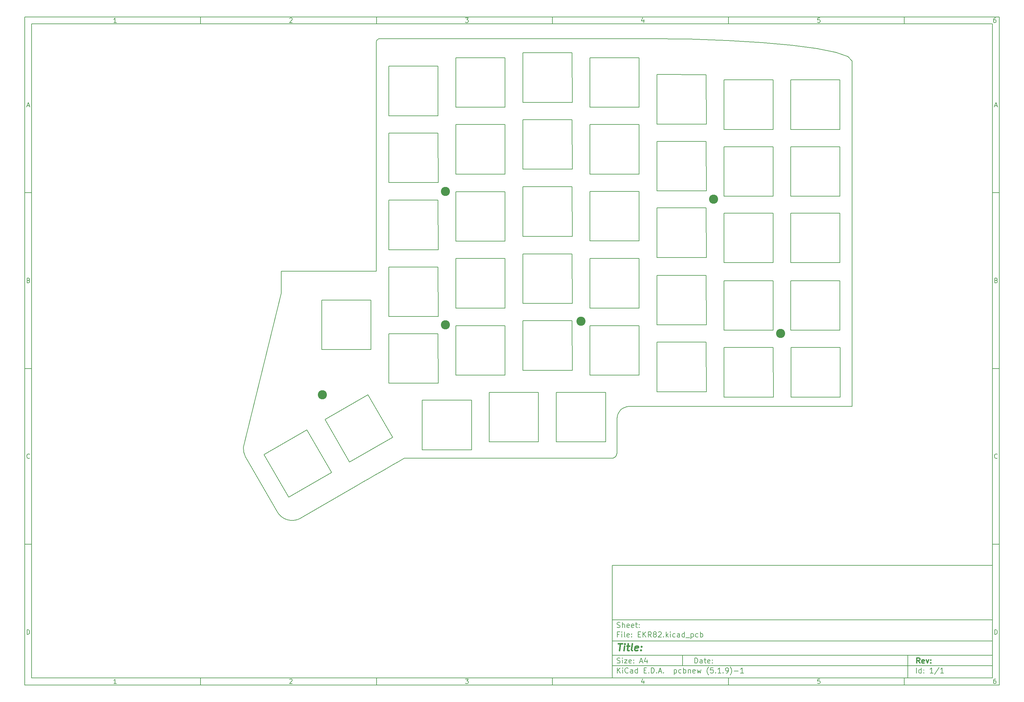
<source format=gbs>
G04 #@! TF.GenerationSoftware,KiCad,Pcbnew,(5.1.9)-1*
G04 #@! TF.CreationDate,2021-06-16T12:15:53+02:00*
G04 #@! TF.ProjectId,EKR82,454b5238-322e-46b6-9963-61645f706362,rev?*
G04 #@! TF.SameCoordinates,Original*
G04 #@! TF.FileFunction,Soldermask,Bot*
G04 #@! TF.FilePolarity,Negative*
%FSLAX46Y46*%
G04 Gerber Fmt 4.6, Leading zero omitted, Abs format (unit mm)*
G04 Created by KiCad (PCBNEW (5.1.9)-1) date 2021-06-16 12:15:53*
%MOMM*%
%LPD*%
G01*
G04 APERTURE LIST*
%ADD10C,0.100000*%
%ADD11C,0.150000*%
%ADD12C,0.300000*%
%ADD13C,0.400000*%
G04 #@! TA.AperFunction,Profile*
%ADD14C,0.150000*%
G04 #@! TD*
G04 #@! TA.AperFunction,Profile*
%ADD15C,0.200000*%
G04 #@! TD*
%ADD16C,2.600000*%
G04 APERTURE END LIST*
D10*
D11*
X177002200Y-166007200D02*
X177002200Y-198007200D01*
X285002200Y-198007200D01*
X285002200Y-166007200D01*
X177002200Y-166007200D01*
D10*
D11*
X10000000Y-10000000D02*
X10000000Y-200007200D01*
X287002200Y-200007200D01*
X287002200Y-10000000D01*
X10000000Y-10000000D01*
D10*
D11*
X12000000Y-12000000D02*
X12000000Y-198007200D01*
X285002200Y-198007200D01*
X285002200Y-12000000D01*
X12000000Y-12000000D01*
D10*
D11*
X60000000Y-12000000D02*
X60000000Y-10000000D01*
D10*
D11*
X110000000Y-12000000D02*
X110000000Y-10000000D01*
D10*
D11*
X160000000Y-12000000D02*
X160000000Y-10000000D01*
D10*
D11*
X210000000Y-12000000D02*
X210000000Y-10000000D01*
D10*
D11*
X260000000Y-12000000D02*
X260000000Y-10000000D01*
D10*
D11*
X36065476Y-11588095D02*
X35322619Y-11588095D01*
X35694047Y-11588095D02*
X35694047Y-10288095D01*
X35570238Y-10473809D01*
X35446428Y-10597619D01*
X35322619Y-10659523D01*
D10*
D11*
X85322619Y-10411904D02*
X85384523Y-10350000D01*
X85508333Y-10288095D01*
X85817857Y-10288095D01*
X85941666Y-10350000D01*
X86003571Y-10411904D01*
X86065476Y-10535714D01*
X86065476Y-10659523D01*
X86003571Y-10845238D01*
X85260714Y-11588095D01*
X86065476Y-11588095D01*
D10*
D11*
X135260714Y-10288095D02*
X136065476Y-10288095D01*
X135632142Y-10783333D01*
X135817857Y-10783333D01*
X135941666Y-10845238D01*
X136003571Y-10907142D01*
X136065476Y-11030952D01*
X136065476Y-11340476D01*
X136003571Y-11464285D01*
X135941666Y-11526190D01*
X135817857Y-11588095D01*
X135446428Y-11588095D01*
X135322619Y-11526190D01*
X135260714Y-11464285D01*
D10*
D11*
X185941666Y-10721428D02*
X185941666Y-11588095D01*
X185632142Y-10226190D02*
X185322619Y-11154761D01*
X186127380Y-11154761D01*
D10*
D11*
X236003571Y-10288095D02*
X235384523Y-10288095D01*
X235322619Y-10907142D01*
X235384523Y-10845238D01*
X235508333Y-10783333D01*
X235817857Y-10783333D01*
X235941666Y-10845238D01*
X236003571Y-10907142D01*
X236065476Y-11030952D01*
X236065476Y-11340476D01*
X236003571Y-11464285D01*
X235941666Y-11526190D01*
X235817857Y-11588095D01*
X235508333Y-11588095D01*
X235384523Y-11526190D01*
X235322619Y-11464285D01*
D10*
D11*
X285941666Y-10288095D02*
X285694047Y-10288095D01*
X285570238Y-10350000D01*
X285508333Y-10411904D01*
X285384523Y-10597619D01*
X285322619Y-10845238D01*
X285322619Y-11340476D01*
X285384523Y-11464285D01*
X285446428Y-11526190D01*
X285570238Y-11588095D01*
X285817857Y-11588095D01*
X285941666Y-11526190D01*
X286003571Y-11464285D01*
X286065476Y-11340476D01*
X286065476Y-11030952D01*
X286003571Y-10907142D01*
X285941666Y-10845238D01*
X285817857Y-10783333D01*
X285570238Y-10783333D01*
X285446428Y-10845238D01*
X285384523Y-10907142D01*
X285322619Y-11030952D01*
D10*
D11*
X60000000Y-198007200D02*
X60000000Y-200007200D01*
D10*
D11*
X110000000Y-198007200D02*
X110000000Y-200007200D01*
D10*
D11*
X160000000Y-198007200D02*
X160000000Y-200007200D01*
D10*
D11*
X210000000Y-198007200D02*
X210000000Y-200007200D01*
D10*
D11*
X260000000Y-198007200D02*
X260000000Y-200007200D01*
D10*
D11*
X36065476Y-199595295D02*
X35322619Y-199595295D01*
X35694047Y-199595295D02*
X35694047Y-198295295D01*
X35570238Y-198481009D01*
X35446428Y-198604819D01*
X35322619Y-198666723D01*
D10*
D11*
X85322619Y-198419104D02*
X85384523Y-198357200D01*
X85508333Y-198295295D01*
X85817857Y-198295295D01*
X85941666Y-198357200D01*
X86003571Y-198419104D01*
X86065476Y-198542914D01*
X86065476Y-198666723D01*
X86003571Y-198852438D01*
X85260714Y-199595295D01*
X86065476Y-199595295D01*
D10*
D11*
X135260714Y-198295295D02*
X136065476Y-198295295D01*
X135632142Y-198790533D01*
X135817857Y-198790533D01*
X135941666Y-198852438D01*
X136003571Y-198914342D01*
X136065476Y-199038152D01*
X136065476Y-199347676D01*
X136003571Y-199471485D01*
X135941666Y-199533390D01*
X135817857Y-199595295D01*
X135446428Y-199595295D01*
X135322619Y-199533390D01*
X135260714Y-199471485D01*
D10*
D11*
X185941666Y-198728628D02*
X185941666Y-199595295D01*
X185632142Y-198233390D02*
X185322619Y-199161961D01*
X186127380Y-199161961D01*
D10*
D11*
X236003571Y-198295295D02*
X235384523Y-198295295D01*
X235322619Y-198914342D01*
X235384523Y-198852438D01*
X235508333Y-198790533D01*
X235817857Y-198790533D01*
X235941666Y-198852438D01*
X236003571Y-198914342D01*
X236065476Y-199038152D01*
X236065476Y-199347676D01*
X236003571Y-199471485D01*
X235941666Y-199533390D01*
X235817857Y-199595295D01*
X235508333Y-199595295D01*
X235384523Y-199533390D01*
X235322619Y-199471485D01*
D10*
D11*
X285941666Y-198295295D02*
X285694047Y-198295295D01*
X285570238Y-198357200D01*
X285508333Y-198419104D01*
X285384523Y-198604819D01*
X285322619Y-198852438D01*
X285322619Y-199347676D01*
X285384523Y-199471485D01*
X285446428Y-199533390D01*
X285570238Y-199595295D01*
X285817857Y-199595295D01*
X285941666Y-199533390D01*
X286003571Y-199471485D01*
X286065476Y-199347676D01*
X286065476Y-199038152D01*
X286003571Y-198914342D01*
X285941666Y-198852438D01*
X285817857Y-198790533D01*
X285570238Y-198790533D01*
X285446428Y-198852438D01*
X285384523Y-198914342D01*
X285322619Y-199038152D01*
D10*
D11*
X10000000Y-60000000D02*
X12000000Y-60000000D01*
D10*
D11*
X10000000Y-110000000D02*
X12000000Y-110000000D01*
D10*
D11*
X10000000Y-160000000D02*
X12000000Y-160000000D01*
D10*
D11*
X10690476Y-35216666D02*
X11309523Y-35216666D01*
X10566666Y-35588095D02*
X11000000Y-34288095D01*
X11433333Y-35588095D01*
D10*
D11*
X11092857Y-84907142D02*
X11278571Y-84969047D01*
X11340476Y-85030952D01*
X11402380Y-85154761D01*
X11402380Y-85340476D01*
X11340476Y-85464285D01*
X11278571Y-85526190D01*
X11154761Y-85588095D01*
X10659523Y-85588095D01*
X10659523Y-84288095D01*
X11092857Y-84288095D01*
X11216666Y-84350000D01*
X11278571Y-84411904D01*
X11340476Y-84535714D01*
X11340476Y-84659523D01*
X11278571Y-84783333D01*
X11216666Y-84845238D01*
X11092857Y-84907142D01*
X10659523Y-84907142D01*
D10*
D11*
X11402380Y-135464285D02*
X11340476Y-135526190D01*
X11154761Y-135588095D01*
X11030952Y-135588095D01*
X10845238Y-135526190D01*
X10721428Y-135402380D01*
X10659523Y-135278571D01*
X10597619Y-135030952D01*
X10597619Y-134845238D01*
X10659523Y-134597619D01*
X10721428Y-134473809D01*
X10845238Y-134350000D01*
X11030952Y-134288095D01*
X11154761Y-134288095D01*
X11340476Y-134350000D01*
X11402380Y-134411904D01*
D10*
D11*
X10659523Y-185588095D02*
X10659523Y-184288095D01*
X10969047Y-184288095D01*
X11154761Y-184350000D01*
X11278571Y-184473809D01*
X11340476Y-184597619D01*
X11402380Y-184845238D01*
X11402380Y-185030952D01*
X11340476Y-185278571D01*
X11278571Y-185402380D01*
X11154761Y-185526190D01*
X10969047Y-185588095D01*
X10659523Y-185588095D01*
D10*
D11*
X287002200Y-60000000D02*
X285002200Y-60000000D01*
D10*
D11*
X287002200Y-110000000D02*
X285002200Y-110000000D01*
D10*
D11*
X287002200Y-160000000D02*
X285002200Y-160000000D01*
D10*
D11*
X285692676Y-35216666D02*
X286311723Y-35216666D01*
X285568866Y-35588095D02*
X286002200Y-34288095D01*
X286435533Y-35588095D01*
D10*
D11*
X286095057Y-84907142D02*
X286280771Y-84969047D01*
X286342676Y-85030952D01*
X286404580Y-85154761D01*
X286404580Y-85340476D01*
X286342676Y-85464285D01*
X286280771Y-85526190D01*
X286156961Y-85588095D01*
X285661723Y-85588095D01*
X285661723Y-84288095D01*
X286095057Y-84288095D01*
X286218866Y-84350000D01*
X286280771Y-84411904D01*
X286342676Y-84535714D01*
X286342676Y-84659523D01*
X286280771Y-84783333D01*
X286218866Y-84845238D01*
X286095057Y-84907142D01*
X285661723Y-84907142D01*
D10*
D11*
X286404580Y-135464285D02*
X286342676Y-135526190D01*
X286156961Y-135588095D01*
X286033152Y-135588095D01*
X285847438Y-135526190D01*
X285723628Y-135402380D01*
X285661723Y-135278571D01*
X285599819Y-135030952D01*
X285599819Y-134845238D01*
X285661723Y-134597619D01*
X285723628Y-134473809D01*
X285847438Y-134350000D01*
X286033152Y-134288095D01*
X286156961Y-134288095D01*
X286342676Y-134350000D01*
X286404580Y-134411904D01*
D10*
D11*
X285661723Y-185588095D02*
X285661723Y-184288095D01*
X285971247Y-184288095D01*
X286156961Y-184350000D01*
X286280771Y-184473809D01*
X286342676Y-184597619D01*
X286404580Y-184845238D01*
X286404580Y-185030952D01*
X286342676Y-185278571D01*
X286280771Y-185402380D01*
X286156961Y-185526190D01*
X285971247Y-185588095D01*
X285661723Y-185588095D01*
D10*
D11*
X200434342Y-193785771D02*
X200434342Y-192285771D01*
X200791485Y-192285771D01*
X201005771Y-192357200D01*
X201148628Y-192500057D01*
X201220057Y-192642914D01*
X201291485Y-192928628D01*
X201291485Y-193142914D01*
X201220057Y-193428628D01*
X201148628Y-193571485D01*
X201005771Y-193714342D01*
X200791485Y-193785771D01*
X200434342Y-193785771D01*
X202577200Y-193785771D02*
X202577200Y-193000057D01*
X202505771Y-192857200D01*
X202362914Y-192785771D01*
X202077200Y-192785771D01*
X201934342Y-192857200D01*
X202577200Y-193714342D02*
X202434342Y-193785771D01*
X202077200Y-193785771D01*
X201934342Y-193714342D01*
X201862914Y-193571485D01*
X201862914Y-193428628D01*
X201934342Y-193285771D01*
X202077200Y-193214342D01*
X202434342Y-193214342D01*
X202577200Y-193142914D01*
X203077200Y-192785771D02*
X203648628Y-192785771D01*
X203291485Y-192285771D02*
X203291485Y-193571485D01*
X203362914Y-193714342D01*
X203505771Y-193785771D01*
X203648628Y-193785771D01*
X204720057Y-193714342D02*
X204577200Y-193785771D01*
X204291485Y-193785771D01*
X204148628Y-193714342D01*
X204077200Y-193571485D01*
X204077200Y-193000057D01*
X204148628Y-192857200D01*
X204291485Y-192785771D01*
X204577200Y-192785771D01*
X204720057Y-192857200D01*
X204791485Y-193000057D01*
X204791485Y-193142914D01*
X204077200Y-193285771D01*
X205434342Y-193642914D02*
X205505771Y-193714342D01*
X205434342Y-193785771D01*
X205362914Y-193714342D01*
X205434342Y-193642914D01*
X205434342Y-193785771D01*
X205434342Y-192857200D02*
X205505771Y-192928628D01*
X205434342Y-193000057D01*
X205362914Y-192928628D01*
X205434342Y-192857200D01*
X205434342Y-193000057D01*
D10*
D11*
X177002200Y-194507200D02*
X285002200Y-194507200D01*
D10*
D11*
X178434342Y-196585771D02*
X178434342Y-195085771D01*
X179291485Y-196585771D02*
X178648628Y-195728628D01*
X179291485Y-195085771D02*
X178434342Y-195942914D01*
X179934342Y-196585771D02*
X179934342Y-195585771D01*
X179934342Y-195085771D02*
X179862914Y-195157200D01*
X179934342Y-195228628D01*
X180005771Y-195157200D01*
X179934342Y-195085771D01*
X179934342Y-195228628D01*
X181505771Y-196442914D02*
X181434342Y-196514342D01*
X181220057Y-196585771D01*
X181077200Y-196585771D01*
X180862914Y-196514342D01*
X180720057Y-196371485D01*
X180648628Y-196228628D01*
X180577200Y-195942914D01*
X180577200Y-195728628D01*
X180648628Y-195442914D01*
X180720057Y-195300057D01*
X180862914Y-195157200D01*
X181077200Y-195085771D01*
X181220057Y-195085771D01*
X181434342Y-195157200D01*
X181505771Y-195228628D01*
X182791485Y-196585771D02*
X182791485Y-195800057D01*
X182720057Y-195657200D01*
X182577200Y-195585771D01*
X182291485Y-195585771D01*
X182148628Y-195657200D01*
X182791485Y-196514342D02*
X182648628Y-196585771D01*
X182291485Y-196585771D01*
X182148628Y-196514342D01*
X182077200Y-196371485D01*
X182077200Y-196228628D01*
X182148628Y-196085771D01*
X182291485Y-196014342D01*
X182648628Y-196014342D01*
X182791485Y-195942914D01*
X184148628Y-196585771D02*
X184148628Y-195085771D01*
X184148628Y-196514342D02*
X184005771Y-196585771D01*
X183720057Y-196585771D01*
X183577200Y-196514342D01*
X183505771Y-196442914D01*
X183434342Y-196300057D01*
X183434342Y-195871485D01*
X183505771Y-195728628D01*
X183577200Y-195657200D01*
X183720057Y-195585771D01*
X184005771Y-195585771D01*
X184148628Y-195657200D01*
X186005771Y-195800057D02*
X186505771Y-195800057D01*
X186720057Y-196585771D02*
X186005771Y-196585771D01*
X186005771Y-195085771D01*
X186720057Y-195085771D01*
X187362914Y-196442914D02*
X187434342Y-196514342D01*
X187362914Y-196585771D01*
X187291485Y-196514342D01*
X187362914Y-196442914D01*
X187362914Y-196585771D01*
X188077200Y-196585771D02*
X188077200Y-195085771D01*
X188434342Y-195085771D01*
X188648628Y-195157200D01*
X188791485Y-195300057D01*
X188862914Y-195442914D01*
X188934342Y-195728628D01*
X188934342Y-195942914D01*
X188862914Y-196228628D01*
X188791485Y-196371485D01*
X188648628Y-196514342D01*
X188434342Y-196585771D01*
X188077200Y-196585771D01*
X189577200Y-196442914D02*
X189648628Y-196514342D01*
X189577200Y-196585771D01*
X189505771Y-196514342D01*
X189577200Y-196442914D01*
X189577200Y-196585771D01*
X190220057Y-196157200D02*
X190934342Y-196157200D01*
X190077200Y-196585771D02*
X190577200Y-195085771D01*
X191077200Y-196585771D01*
X191577200Y-196442914D02*
X191648628Y-196514342D01*
X191577200Y-196585771D01*
X191505771Y-196514342D01*
X191577200Y-196442914D01*
X191577200Y-196585771D01*
X194577200Y-195585771D02*
X194577200Y-197085771D01*
X194577200Y-195657200D02*
X194720057Y-195585771D01*
X195005771Y-195585771D01*
X195148628Y-195657200D01*
X195220057Y-195728628D01*
X195291485Y-195871485D01*
X195291485Y-196300057D01*
X195220057Y-196442914D01*
X195148628Y-196514342D01*
X195005771Y-196585771D01*
X194720057Y-196585771D01*
X194577200Y-196514342D01*
X196577200Y-196514342D02*
X196434342Y-196585771D01*
X196148628Y-196585771D01*
X196005771Y-196514342D01*
X195934342Y-196442914D01*
X195862914Y-196300057D01*
X195862914Y-195871485D01*
X195934342Y-195728628D01*
X196005771Y-195657200D01*
X196148628Y-195585771D01*
X196434342Y-195585771D01*
X196577200Y-195657200D01*
X197220057Y-196585771D02*
X197220057Y-195085771D01*
X197220057Y-195657200D02*
X197362914Y-195585771D01*
X197648628Y-195585771D01*
X197791485Y-195657200D01*
X197862914Y-195728628D01*
X197934342Y-195871485D01*
X197934342Y-196300057D01*
X197862914Y-196442914D01*
X197791485Y-196514342D01*
X197648628Y-196585771D01*
X197362914Y-196585771D01*
X197220057Y-196514342D01*
X198577200Y-195585771D02*
X198577200Y-196585771D01*
X198577200Y-195728628D02*
X198648628Y-195657200D01*
X198791485Y-195585771D01*
X199005771Y-195585771D01*
X199148628Y-195657200D01*
X199220057Y-195800057D01*
X199220057Y-196585771D01*
X200505771Y-196514342D02*
X200362914Y-196585771D01*
X200077200Y-196585771D01*
X199934342Y-196514342D01*
X199862914Y-196371485D01*
X199862914Y-195800057D01*
X199934342Y-195657200D01*
X200077200Y-195585771D01*
X200362914Y-195585771D01*
X200505771Y-195657200D01*
X200577200Y-195800057D01*
X200577200Y-195942914D01*
X199862914Y-196085771D01*
X201077200Y-195585771D02*
X201362914Y-196585771D01*
X201648628Y-195871485D01*
X201934342Y-196585771D01*
X202220057Y-195585771D01*
X204362914Y-197157200D02*
X204291485Y-197085771D01*
X204148628Y-196871485D01*
X204077200Y-196728628D01*
X204005771Y-196514342D01*
X203934342Y-196157200D01*
X203934342Y-195871485D01*
X204005771Y-195514342D01*
X204077200Y-195300057D01*
X204148628Y-195157200D01*
X204291485Y-194942914D01*
X204362914Y-194871485D01*
X205648628Y-195085771D02*
X204934342Y-195085771D01*
X204862914Y-195800057D01*
X204934342Y-195728628D01*
X205077200Y-195657200D01*
X205434342Y-195657200D01*
X205577200Y-195728628D01*
X205648628Y-195800057D01*
X205720057Y-195942914D01*
X205720057Y-196300057D01*
X205648628Y-196442914D01*
X205577200Y-196514342D01*
X205434342Y-196585771D01*
X205077200Y-196585771D01*
X204934342Y-196514342D01*
X204862914Y-196442914D01*
X206362914Y-196442914D02*
X206434342Y-196514342D01*
X206362914Y-196585771D01*
X206291485Y-196514342D01*
X206362914Y-196442914D01*
X206362914Y-196585771D01*
X207862914Y-196585771D02*
X207005771Y-196585771D01*
X207434342Y-196585771D02*
X207434342Y-195085771D01*
X207291485Y-195300057D01*
X207148628Y-195442914D01*
X207005771Y-195514342D01*
X208505771Y-196442914D02*
X208577200Y-196514342D01*
X208505771Y-196585771D01*
X208434342Y-196514342D01*
X208505771Y-196442914D01*
X208505771Y-196585771D01*
X209291485Y-196585771D02*
X209577200Y-196585771D01*
X209720057Y-196514342D01*
X209791485Y-196442914D01*
X209934342Y-196228628D01*
X210005771Y-195942914D01*
X210005771Y-195371485D01*
X209934342Y-195228628D01*
X209862914Y-195157200D01*
X209720057Y-195085771D01*
X209434342Y-195085771D01*
X209291485Y-195157200D01*
X209220057Y-195228628D01*
X209148628Y-195371485D01*
X209148628Y-195728628D01*
X209220057Y-195871485D01*
X209291485Y-195942914D01*
X209434342Y-196014342D01*
X209720057Y-196014342D01*
X209862914Y-195942914D01*
X209934342Y-195871485D01*
X210005771Y-195728628D01*
X210505771Y-197157200D02*
X210577200Y-197085771D01*
X210720057Y-196871485D01*
X210791485Y-196728628D01*
X210862914Y-196514342D01*
X210934342Y-196157200D01*
X210934342Y-195871485D01*
X210862914Y-195514342D01*
X210791485Y-195300057D01*
X210720057Y-195157200D01*
X210577200Y-194942914D01*
X210505771Y-194871485D01*
X211648628Y-196014342D02*
X212791485Y-196014342D01*
X214291485Y-196585771D02*
X213434342Y-196585771D01*
X213862914Y-196585771D02*
X213862914Y-195085771D01*
X213720057Y-195300057D01*
X213577200Y-195442914D01*
X213434342Y-195514342D01*
D10*
D11*
X177002200Y-191507200D02*
X285002200Y-191507200D01*
D10*
D12*
X264411485Y-193785771D02*
X263911485Y-193071485D01*
X263554342Y-193785771D02*
X263554342Y-192285771D01*
X264125771Y-192285771D01*
X264268628Y-192357200D01*
X264340057Y-192428628D01*
X264411485Y-192571485D01*
X264411485Y-192785771D01*
X264340057Y-192928628D01*
X264268628Y-193000057D01*
X264125771Y-193071485D01*
X263554342Y-193071485D01*
X265625771Y-193714342D02*
X265482914Y-193785771D01*
X265197200Y-193785771D01*
X265054342Y-193714342D01*
X264982914Y-193571485D01*
X264982914Y-193000057D01*
X265054342Y-192857200D01*
X265197200Y-192785771D01*
X265482914Y-192785771D01*
X265625771Y-192857200D01*
X265697200Y-193000057D01*
X265697200Y-193142914D01*
X264982914Y-193285771D01*
X266197200Y-192785771D02*
X266554342Y-193785771D01*
X266911485Y-192785771D01*
X267482914Y-193642914D02*
X267554342Y-193714342D01*
X267482914Y-193785771D01*
X267411485Y-193714342D01*
X267482914Y-193642914D01*
X267482914Y-193785771D01*
X267482914Y-192857200D02*
X267554342Y-192928628D01*
X267482914Y-193000057D01*
X267411485Y-192928628D01*
X267482914Y-192857200D01*
X267482914Y-193000057D01*
D10*
D11*
X178362914Y-193714342D02*
X178577200Y-193785771D01*
X178934342Y-193785771D01*
X179077200Y-193714342D01*
X179148628Y-193642914D01*
X179220057Y-193500057D01*
X179220057Y-193357200D01*
X179148628Y-193214342D01*
X179077200Y-193142914D01*
X178934342Y-193071485D01*
X178648628Y-193000057D01*
X178505771Y-192928628D01*
X178434342Y-192857200D01*
X178362914Y-192714342D01*
X178362914Y-192571485D01*
X178434342Y-192428628D01*
X178505771Y-192357200D01*
X178648628Y-192285771D01*
X179005771Y-192285771D01*
X179220057Y-192357200D01*
X179862914Y-193785771D02*
X179862914Y-192785771D01*
X179862914Y-192285771D02*
X179791485Y-192357200D01*
X179862914Y-192428628D01*
X179934342Y-192357200D01*
X179862914Y-192285771D01*
X179862914Y-192428628D01*
X180434342Y-192785771D02*
X181220057Y-192785771D01*
X180434342Y-193785771D01*
X181220057Y-193785771D01*
X182362914Y-193714342D02*
X182220057Y-193785771D01*
X181934342Y-193785771D01*
X181791485Y-193714342D01*
X181720057Y-193571485D01*
X181720057Y-193000057D01*
X181791485Y-192857200D01*
X181934342Y-192785771D01*
X182220057Y-192785771D01*
X182362914Y-192857200D01*
X182434342Y-193000057D01*
X182434342Y-193142914D01*
X181720057Y-193285771D01*
X183077200Y-193642914D02*
X183148628Y-193714342D01*
X183077200Y-193785771D01*
X183005771Y-193714342D01*
X183077200Y-193642914D01*
X183077200Y-193785771D01*
X183077200Y-192857200D02*
X183148628Y-192928628D01*
X183077200Y-193000057D01*
X183005771Y-192928628D01*
X183077200Y-192857200D01*
X183077200Y-193000057D01*
X184862914Y-193357200D02*
X185577200Y-193357200D01*
X184720057Y-193785771D02*
X185220057Y-192285771D01*
X185720057Y-193785771D01*
X186862914Y-192785771D02*
X186862914Y-193785771D01*
X186505771Y-192214342D02*
X186148628Y-193285771D01*
X187077200Y-193285771D01*
D10*
D11*
X263434342Y-196585771D02*
X263434342Y-195085771D01*
X264791485Y-196585771D02*
X264791485Y-195085771D01*
X264791485Y-196514342D02*
X264648628Y-196585771D01*
X264362914Y-196585771D01*
X264220057Y-196514342D01*
X264148628Y-196442914D01*
X264077200Y-196300057D01*
X264077200Y-195871485D01*
X264148628Y-195728628D01*
X264220057Y-195657200D01*
X264362914Y-195585771D01*
X264648628Y-195585771D01*
X264791485Y-195657200D01*
X265505771Y-196442914D02*
X265577200Y-196514342D01*
X265505771Y-196585771D01*
X265434342Y-196514342D01*
X265505771Y-196442914D01*
X265505771Y-196585771D01*
X265505771Y-195657200D02*
X265577200Y-195728628D01*
X265505771Y-195800057D01*
X265434342Y-195728628D01*
X265505771Y-195657200D01*
X265505771Y-195800057D01*
X268148628Y-196585771D02*
X267291485Y-196585771D01*
X267720057Y-196585771D02*
X267720057Y-195085771D01*
X267577200Y-195300057D01*
X267434342Y-195442914D01*
X267291485Y-195514342D01*
X269862914Y-195014342D02*
X268577200Y-196942914D01*
X271148628Y-196585771D02*
X270291485Y-196585771D01*
X270720057Y-196585771D02*
X270720057Y-195085771D01*
X270577200Y-195300057D01*
X270434342Y-195442914D01*
X270291485Y-195514342D01*
D10*
D11*
X177002200Y-187507200D02*
X285002200Y-187507200D01*
D10*
D13*
X178714580Y-188211961D02*
X179857438Y-188211961D01*
X179036009Y-190211961D02*
X179286009Y-188211961D01*
X180274104Y-190211961D02*
X180440771Y-188878628D01*
X180524104Y-188211961D02*
X180416961Y-188307200D01*
X180500295Y-188402438D01*
X180607438Y-188307200D01*
X180524104Y-188211961D01*
X180500295Y-188402438D01*
X181107438Y-188878628D02*
X181869342Y-188878628D01*
X181476485Y-188211961D02*
X181262200Y-189926247D01*
X181333628Y-190116723D01*
X181512200Y-190211961D01*
X181702676Y-190211961D01*
X182655057Y-190211961D02*
X182476485Y-190116723D01*
X182405057Y-189926247D01*
X182619342Y-188211961D01*
X184190771Y-190116723D02*
X183988390Y-190211961D01*
X183607438Y-190211961D01*
X183428866Y-190116723D01*
X183357438Y-189926247D01*
X183452676Y-189164342D01*
X183571723Y-188973866D01*
X183774104Y-188878628D01*
X184155057Y-188878628D01*
X184333628Y-188973866D01*
X184405057Y-189164342D01*
X184381247Y-189354819D01*
X183405057Y-189545295D01*
X185155057Y-190021485D02*
X185238390Y-190116723D01*
X185131247Y-190211961D01*
X185047914Y-190116723D01*
X185155057Y-190021485D01*
X185131247Y-190211961D01*
X185286009Y-188973866D02*
X185369342Y-189069104D01*
X185262200Y-189164342D01*
X185178866Y-189069104D01*
X185286009Y-188973866D01*
X185262200Y-189164342D01*
D10*
D11*
X178934342Y-185600057D02*
X178434342Y-185600057D01*
X178434342Y-186385771D02*
X178434342Y-184885771D01*
X179148628Y-184885771D01*
X179720057Y-186385771D02*
X179720057Y-185385771D01*
X179720057Y-184885771D02*
X179648628Y-184957200D01*
X179720057Y-185028628D01*
X179791485Y-184957200D01*
X179720057Y-184885771D01*
X179720057Y-185028628D01*
X180648628Y-186385771D02*
X180505771Y-186314342D01*
X180434342Y-186171485D01*
X180434342Y-184885771D01*
X181791485Y-186314342D02*
X181648628Y-186385771D01*
X181362914Y-186385771D01*
X181220057Y-186314342D01*
X181148628Y-186171485D01*
X181148628Y-185600057D01*
X181220057Y-185457200D01*
X181362914Y-185385771D01*
X181648628Y-185385771D01*
X181791485Y-185457200D01*
X181862914Y-185600057D01*
X181862914Y-185742914D01*
X181148628Y-185885771D01*
X182505771Y-186242914D02*
X182577200Y-186314342D01*
X182505771Y-186385771D01*
X182434342Y-186314342D01*
X182505771Y-186242914D01*
X182505771Y-186385771D01*
X182505771Y-185457200D02*
X182577200Y-185528628D01*
X182505771Y-185600057D01*
X182434342Y-185528628D01*
X182505771Y-185457200D01*
X182505771Y-185600057D01*
X184362914Y-185600057D02*
X184862914Y-185600057D01*
X185077200Y-186385771D02*
X184362914Y-186385771D01*
X184362914Y-184885771D01*
X185077200Y-184885771D01*
X185720057Y-186385771D02*
X185720057Y-184885771D01*
X186577200Y-186385771D02*
X185934342Y-185528628D01*
X186577200Y-184885771D02*
X185720057Y-185742914D01*
X188077200Y-186385771D02*
X187577200Y-185671485D01*
X187220057Y-186385771D02*
X187220057Y-184885771D01*
X187791485Y-184885771D01*
X187934342Y-184957200D01*
X188005771Y-185028628D01*
X188077200Y-185171485D01*
X188077200Y-185385771D01*
X188005771Y-185528628D01*
X187934342Y-185600057D01*
X187791485Y-185671485D01*
X187220057Y-185671485D01*
X188934342Y-185528628D02*
X188791485Y-185457200D01*
X188720057Y-185385771D01*
X188648628Y-185242914D01*
X188648628Y-185171485D01*
X188720057Y-185028628D01*
X188791485Y-184957200D01*
X188934342Y-184885771D01*
X189220057Y-184885771D01*
X189362914Y-184957200D01*
X189434342Y-185028628D01*
X189505771Y-185171485D01*
X189505771Y-185242914D01*
X189434342Y-185385771D01*
X189362914Y-185457200D01*
X189220057Y-185528628D01*
X188934342Y-185528628D01*
X188791485Y-185600057D01*
X188720057Y-185671485D01*
X188648628Y-185814342D01*
X188648628Y-186100057D01*
X188720057Y-186242914D01*
X188791485Y-186314342D01*
X188934342Y-186385771D01*
X189220057Y-186385771D01*
X189362914Y-186314342D01*
X189434342Y-186242914D01*
X189505771Y-186100057D01*
X189505771Y-185814342D01*
X189434342Y-185671485D01*
X189362914Y-185600057D01*
X189220057Y-185528628D01*
X190077200Y-185028628D02*
X190148628Y-184957200D01*
X190291485Y-184885771D01*
X190648628Y-184885771D01*
X190791485Y-184957200D01*
X190862914Y-185028628D01*
X190934342Y-185171485D01*
X190934342Y-185314342D01*
X190862914Y-185528628D01*
X190005771Y-186385771D01*
X190934342Y-186385771D01*
X191577200Y-186242914D02*
X191648628Y-186314342D01*
X191577200Y-186385771D01*
X191505771Y-186314342D01*
X191577200Y-186242914D01*
X191577200Y-186385771D01*
X192291485Y-186385771D02*
X192291485Y-184885771D01*
X192434342Y-185814342D02*
X192862914Y-186385771D01*
X192862914Y-185385771D02*
X192291485Y-185957200D01*
X193505771Y-186385771D02*
X193505771Y-185385771D01*
X193505771Y-184885771D02*
X193434342Y-184957200D01*
X193505771Y-185028628D01*
X193577200Y-184957200D01*
X193505771Y-184885771D01*
X193505771Y-185028628D01*
X194862914Y-186314342D02*
X194720057Y-186385771D01*
X194434342Y-186385771D01*
X194291485Y-186314342D01*
X194220057Y-186242914D01*
X194148628Y-186100057D01*
X194148628Y-185671485D01*
X194220057Y-185528628D01*
X194291485Y-185457200D01*
X194434342Y-185385771D01*
X194720057Y-185385771D01*
X194862914Y-185457200D01*
X196148628Y-186385771D02*
X196148628Y-185600057D01*
X196077200Y-185457200D01*
X195934342Y-185385771D01*
X195648628Y-185385771D01*
X195505771Y-185457200D01*
X196148628Y-186314342D02*
X196005771Y-186385771D01*
X195648628Y-186385771D01*
X195505771Y-186314342D01*
X195434342Y-186171485D01*
X195434342Y-186028628D01*
X195505771Y-185885771D01*
X195648628Y-185814342D01*
X196005771Y-185814342D01*
X196148628Y-185742914D01*
X197505771Y-186385771D02*
X197505771Y-184885771D01*
X197505771Y-186314342D02*
X197362914Y-186385771D01*
X197077200Y-186385771D01*
X196934342Y-186314342D01*
X196862914Y-186242914D01*
X196791485Y-186100057D01*
X196791485Y-185671485D01*
X196862914Y-185528628D01*
X196934342Y-185457200D01*
X197077200Y-185385771D01*
X197362914Y-185385771D01*
X197505771Y-185457200D01*
X197862914Y-186528628D02*
X199005771Y-186528628D01*
X199362914Y-185385771D02*
X199362914Y-186885771D01*
X199362914Y-185457200D02*
X199505771Y-185385771D01*
X199791485Y-185385771D01*
X199934342Y-185457200D01*
X200005771Y-185528628D01*
X200077200Y-185671485D01*
X200077200Y-186100057D01*
X200005771Y-186242914D01*
X199934342Y-186314342D01*
X199791485Y-186385771D01*
X199505771Y-186385771D01*
X199362914Y-186314342D01*
X201362914Y-186314342D02*
X201220057Y-186385771D01*
X200934342Y-186385771D01*
X200791485Y-186314342D01*
X200720057Y-186242914D01*
X200648628Y-186100057D01*
X200648628Y-185671485D01*
X200720057Y-185528628D01*
X200791485Y-185457200D01*
X200934342Y-185385771D01*
X201220057Y-185385771D01*
X201362914Y-185457200D01*
X202005771Y-186385771D02*
X202005771Y-184885771D01*
X202005771Y-185457200D02*
X202148628Y-185385771D01*
X202434342Y-185385771D01*
X202577200Y-185457200D01*
X202648628Y-185528628D01*
X202720057Y-185671485D01*
X202720057Y-186100057D01*
X202648628Y-186242914D01*
X202577200Y-186314342D01*
X202434342Y-186385771D01*
X202148628Y-186385771D01*
X202005771Y-186314342D01*
D10*
D11*
X177002200Y-181507200D02*
X285002200Y-181507200D01*
D10*
D11*
X178362914Y-183614342D02*
X178577200Y-183685771D01*
X178934342Y-183685771D01*
X179077200Y-183614342D01*
X179148628Y-183542914D01*
X179220057Y-183400057D01*
X179220057Y-183257200D01*
X179148628Y-183114342D01*
X179077200Y-183042914D01*
X178934342Y-182971485D01*
X178648628Y-182900057D01*
X178505771Y-182828628D01*
X178434342Y-182757200D01*
X178362914Y-182614342D01*
X178362914Y-182471485D01*
X178434342Y-182328628D01*
X178505771Y-182257200D01*
X178648628Y-182185771D01*
X179005771Y-182185771D01*
X179220057Y-182257200D01*
X179862914Y-183685771D02*
X179862914Y-182185771D01*
X180505771Y-183685771D02*
X180505771Y-182900057D01*
X180434342Y-182757200D01*
X180291485Y-182685771D01*
X180077200Y-182685771D01*
X179934342Y-182757200D01*
X179862914Y-182828628D01*
X181791485Y-183614342D02*
X181648628Y-183685771D01*
X181362914Y-183685771D01*
X181220057Y-183614342D01*
X181148628Y-183471485D01*
X181148628Y-182900057D01*
X181220057Y-182757200D01*
X181362914Y-182685771D01*
X181648628Y-182685771D01*
X181791485Y-182757200D01*
X181862914Y-182900057D01*
X181862914Y-183042914D01*
X181148628Y-183185771D01*
X183077200Y-183614342D02*
X182934342Y-183685771D01*
X182648628Y-183685771D01*
X182505771Y-183614342D01*
X182434342Y-183471485D01*
X182434342Y-182900057D01*
X182505771Y-182757200D01*
X182648628Y-182685771D01*
X182934342Y-182685771D01*
X183077200Y-182757200D01*
X183148628Y-182900057D01*
X183148628Y-183042914D01*
X182434342Y-183185771D01*
X183577200Y-182685771D02*
X184148628Y-182685771D01*
X183791485Y-182185771D02*
X183791485Y-183471485D01*
X183862914Y-183614342D01*
X184005771Y-183685771D01*
X184148628Y-183685771D01*
X184648628Y-183542914D02*
X184720057Y-183614342D01*
X184648628Y-183685771D01*
X184577200Y-183614342D01*
X184648628Y-183542914D01*
X184648628Y-183685771D01*
X184648628Y-182757200D02*
X184720057Y-182828628D01*
X184648628Y-182900057D01*
X184577200Y-182828628D01*
X184648628Y-182757200D01*
X184648628Y-182900057D01*
D10*
D11*
X197002200Y-191507200D02*
X197002200Y-194507200D01*
D10*
D11*
X261002200Y-191507200D02*
X261002200Y-198007200D01*
D14*
X82937528Y-82285296D02*
X109898210Y-82285296D01*
X72674503Y-134960305D02*
G75*
G02*
X72175000Y-132325000I4376397J2194505D01*
G01*
X88345583Y-152620389D02*
G75*
G02*
X81699101Y-150634699I-2328483J4322489D01*
G01*
X72674503Y-134960305D02*
X81699101Y-150634699D01*
X104456758Y-143271756D02*
X88345583Y-152620389D01*
X245120000Y-120789735D02*
X245120000Y-22546755D01*
X223959999Y-120789735D02*
X245120000Y-120789735D01*
X109898210Y-36780000D02*
X109898210Y-17246762D01*
X109898210Y-82285296D02*
X109898210Y-36780000D01*
D15*
X240549319Y-20073847D02*
X235185697Y-18995159D01*
X235185697Y-18995159D02*
X228080758Y-18055561D01*
X116186619Y-136480784D02*
X117862313Y-135510645D01*
X114510925Y-137450923D02*
X116186619Y-136480784D01*
X142171711Y-16196762D02*
X131763877Y-16196762D01*
X218692418Y-120789735D02*
X223959999Y-120789735D01*
X213424836Y-120789735D02*
X218692418Y-120789735D01*
X208157255Y-120789735D02*
X213424836Y-120789735D01*
X202889673Y-120789735D02*
X208157255Y-120789735D01*
X197622092Y-120789735D02*
X202889673Y-120789735D01*
X192354511Y-120789735D02*
X197622092Y-120789735D01*
X187086929Y-120789735D02*
X192354511Y-120789735D01*
X181819348Y-120789735D02*
X187086929Y-120789735D01*
X181113524Y-120860778D02*
X181819348Y-120789735D01*
X180456326Y-121064561D02*
X181113524Y-120860778D01*
X179861773Y-121387065D02*
X180456326Y-121064561D01*
X179343884Y-121814271D02*
X179861773Y-121387065D01*
X178916678Y-122332160D02*
X179343884Y-121814271D01*
X178594174Y-122926713D02*
X178916678Y-122332160D01*
X178390391Y-123583911D02*
X178594174Y-122926713D01*
X178319348Y-124289735D02*
X178390391Y-123583911D01*
X219467654Y-17280488D02*
X209579538Y-16695374D01*
X228080758Y-18055561D02*
X219467654Y-17280488D01*
X198649563Y-16325654D02*
X186910881Y-16196762D01*
X209579538Y-16695374D02*
X198649563Y-16325654D01*
X177658308Y-135255660D02*
X177403500Y-135393876D01*
X177880261Y-135072571D02*
X177658308Y-135255660D01*
X178063349Y-134850619D02*
X177880261Y-135072571D01*
X178201565Y-134595810D02*
X178063349Y-134850619D01*
X178288901Y-134314154D02*
X178201565Y-134595810D01*
X178319348Y-134034052D02*
X178288901Y-134314154D01*
X82937528Y-88592229D02*
X82937528Y-82285296D01*
X131763877Y-16196762D02*
X121356044Y-16196762D01*
X152579545Y-16196762D02*
X142171711Y-16196762D01*
X162987379Y-16196762D02*
X152579545Y-16196762D01*
X173395213Y-16196762D02*
X162987379Y-16196762D01*
X186910881Y-16196762D02*
X173395213Y-16196762D01*
X110360937Y-16375961D02*
X110539303Y-16279210D01*
X110205570Y-16504123D02*
X110360937Y-16375961D01*
X110077409Y-16659489D02*
X110205570Y-16504123D01*
X109980657Y-16837855D02*
X110077409Y-16659489D01*
X109919523Y-17035015D02*
X109980657Y-16837855D01*
X109898210Y-17246762D02*
X109919523Y-17035015D01*
X110736462Y-16218075D02*
X110948210Y-16196762D01*
X110539303Y-16279210D02*
X110736462Y-16218075D01*
X121356044Y-16196762D02*
X110948210Y-16196762D01*
X82937777Y-88592317D02*
X72175000Y-132325000D01*
X112835230Y-138421062D02*
X114510925Y-137450923D01*
X111159536Y-139391201D02*
X112835230Y-138421062D01*
X109483841Y-140361340D02*
X111159536Y-139391201D01*
X107808147Y-141331479D02*
X109483841Y-140361340D01*
X106132452Y-142301617D02*
X107808147Y-141331479D01*
X104456758Y-143271756D02*
X106132452Y-142301617D01*
X169449826Y-135511658D02*
X176819348Y-135511658D01*
X162080304Y-135511658D02*
X169449826Y-135511658D01*
X154710782Y-135511658D02*
X162080304Y-135511658D01*
X147341260Y-135511658D02*
X154710782Y-135511658D01*
X139971738Y-135511658D02*
X147341260Y-135511658D01*
X132602217Y-135511658D02*
X139971738Y-135511658D01*
X125232695Y-135511658D02*
X132602217Y-135511658D01*
X117863173Y-135511658D02*
X125232695Y-135511658D01*
X178319348Y-132816013D02*
X178319348Y-134034052D01*
X178319348Y-131597973D02*
X178319348Y-132816013D01*
X178319348Y-130379933D02*
X178319348Y-131597973D01*
X178319348Y-129161894D02*
X178319348Y-130379933D01*
X178319348Y-127943854D02*
X178319348Y-129161894D01*
X178319348Y-126725814D02*
X178319348Y-127943854D01*
X178319348Y-125507775D02*
X178319348Y-126725814D01*
X178319348Y-124289735D02*
X178319348Y-125507775D01*
X177121844Y-135481211D02*
X176819348Y-135511658D01*
X177403500Y-135393876D02*
X177121844Y-135481211D01*
X243938471Y-21266190D02*
X240549319Y-20073847D01*
X245120000Y-22546755D02*
X243938471Y-21266190D01*
X241690000Y-27910000D02*
X241700000Y-42000000D01*
X241700000Y-42000000D02*
X227710000Y-42000000D01*
X227710000Y-42000000D02*
X227700000Y-27900000D01*
X227700000Y-27900000D02*
X241690000Y-27910000D01*
X241690000Y-85010000D02*
X241700000Y-99100000D01*
X241700000Y-99100000D02*
X227710000Y-99100000D01*
X227710000Y-99100000D02*
X227700000Y-85000000D01*
X227700000Y-85000000D02*
X241690000Y-85010000D01*
X97228518Y-139558518D02*
X85031220Y-146612178D01*
X85031220Y-146612178D02*
X78036220Y-134496482D01*
X78036220Y-134496482D02*
X90242178Y-127437822D01*
X90242178Y-127437822D02*
X97228518Y-139558518D01*
X241740000Y-104010000D02*
X241750000Y-118100000D01*
X241750000Y-118100000D02*
X227760000Y-118100000D01*
X227760000Y-118100000D02*
X227750000Y-104000000D01*
X227750000Y-104000000D02*
X241740000Y-104010000D01*
X241690000Y-65810000D02*
X241700000Y-79900000D01*
X241700000Y-79900000D02*
X227710000Y-79900000D01*
X227710000Y-79900000D02*
X227700000Y-65800000D01*
X227700000Y-65800000D02*
X241690000Y-65810000D01*
X241690000Y-46910000D02*
X241700000Y-61000000D01*
X241700000Y-61000000D02*
X227710000Y-61000000D01*
X227710000Y-61000000D02*
X227700000Y-46900000D01*
X227700000Y-46900000D02*
X241690000Y-46910000D01*
X222690000Y-46910000D02*
X222700000Y-61000000D01*
X222700000Y-61000000D02*
X208710000Y-61000000D01*
X208710000Y-61000000D02*
X208700000Y-46900000D01*
X208700000Y-46900000D02*
X222690000Y-46910000D01*
X222690000Y-27910000D02*
X222700000Y-42000000D01*
X222700000Y-42000000D02*
X208710000Y-42000000D01*
X208710000Y-42000000D02*
X208700000Y-27900000D01*
X208700000Y-27900000D02*
X222690000Y-27910000D01*
X203690000Y-26410000D02*
X203700000Y-40500000D01*
X203700000Y-40500000D02*
X189710000Y-40500000D01*
X189710000Y-40500000D02*
X189700000Y-26400000D01*
X189700000Y-26400000D02*
X203690000Y-26410000D01*
X184590000Y-21610000D02*
X184600000Y-35700000D01*
X184600000Y-35700000D02*
X170610000Y-35700000D01*
X170610000Y-35700000D02*
X170600000Y-21600000D01*
X170600000Y-21600000D02*
X184590000Y-21610000D01*
X165590000Y-20220000D02*
X165600000Y-34310000D01*
X165600000Y-34310000D02*
X151610000Y-34310000D01*
X151610000Y-34310000D02*
X151600000Y-20210000D01*
X151600000Y-20210000D02*
X165590000Y-20220000D01*
X146490000Y-21610000D02*
X146500000Y-35700000D01*
X146500000Y-35700000D02*
X132510000Y-35700000D01*
X132510000Y-35700000D02*
X132500000Y-21600000D01*
X132500000Y-21600000D02*
X146490000Y-21610000D01*
X203690000Y-64310000D02*
X203700000Y-78400000D01*
X203700000Y-78400000D02*
X189710000Y-78400000D01*
X189710000Y-78400000D02*
X189700000Y-64300000D01*
X189700000Y-64300000D02*
X203690000Y-64310000D01*
X155990000Y-116760000D02*
X156000000Y-130850000D01*
X156000000Y-130850000D02*
X142010000Y-130850000D01*
X142010000Y-130850000D02*
X142000000Y-116750000D01*
X142000000Y-116750000D02*
X155990000Y-116760000D01*
X203690000Y-83510000D02*
X203700000Y-97600000D01*
X203700000Y-97600000D02*
X189710000Y-97600000D01*
X189710000Y-97600000D02*
X189700000Y-83500000D01*
X189700000Y-83500000D02*
X203690000Y-83510000D01*
X203690000Y-45410000D02*
X203700000Y-59500000D01*
X203700000Y-59500000D02*
X189710000Y-59500000D01*
X189710000Y-59500000D02*
X189700000Y-45400000D01*
X189700000Y-45400000D02*
X203690000Y-45410000D01*
X184590000Y-40610000D02*
X184600000Y-54700000D01*
X184600000Y-54700000D02*
X170610000Y-54700000D01*
X170610000Y-54700000D02*
X170600000Y-40600000D01*
X170600000Y-40600000D02*
X184590000Y-40610000D01*
X146490000Y-40610000D02*
X146500000Y-54700000D01*
X146500000Y-54700000D02*
X132510000Y-54700000D01*
X132510000Y-54700000D02*
X132500000Y-40600000D01*
X132500000Y-40600000D02*
X146490000Y-40610000D01*
X114548518Y-129558518D02*
X102351220Y-136612178D01*
X102351220Y-136612178D02*
X95356220Y-124496482D01*
X95356220Y-124496482D02*
X107562178Y-117437822D01*
X107562178Y-117437822D02*
X114548518Y-129558518D01*
X175090000Y-116760000D02*
X175100000Y-130850000D01*
X175100000Y-130850000D02*
X161110000Y-130850000D01*
X161110000Y-130850000D02*
X161100000Y-116750000D01*
X161100000Y-116750000D02*
X175090000Y-116760000D01*
X136990000Y-119010000D02*
X137000000Y-133100000D01*
X137000000Y-133100000D02*
X123010000Y-133100000D01*
X123010000Y-133100000D02*
X123000000Y-119000000D01*
X123000000Y-119000000D02*
X136990000Y-119010000D01*
X108390000Y-90510000D02*
X108400000Y-104600000D01*
X108400000Y-104600000D02*
X94410000Y-104600000D01*
X94410000Y-104600000D02*
X94400000Y-90500000D01*
X94400000Y-90500000D02*
X108390000Y-90510000D01*
X222740000Y-104010000D02*
X222750000Y-118100000D01*
X222750000Y-118100000D02*
X208760000Y-118100000D01*
X208760000Y-118100000D02*
X208750000Y-104000000D01*
X208750000Y-104000000D02*
X222740000Y-104010000D01*
X203690000Y-102510000D02*
X203700000Y-116600000D01*
X203700000Y-116600000D02*
X189710000Y-116600000D01*
X189710000Y-116600000D02*
X189700000Y-102500000D01*
X189700000Y-102500000D02*
X203690000Y-102510000D01*
X184590000Y-97810000D02*
X184600000Y-111900000D01*
X184600000Y-111900000D02*
X170610000Y-111900000D01*
X170610000Y-111900000D02*
X170600000Y-97800000D01*
X170600000Y-97800000D02*
X184590000Y-97810000D01*
X165590000Y-96410000D02*
X165600000Y-110500000D01*
X165600000Y-110500000D02*
X151610000Y-110500000D01*
X151610000Y-110500000D02*
X151600000Y-96400000D01*
X151600000Y-96400000D02*
X165590000Y-96410000D01*
X146490000Y-97810000D02*
X146500000Y-111900000D01*
X146500000Y-111900000D02*
X132510000Y-111900000D01*
X132510000Y-111900000D02*
X132500000Y-97800000D01*
X132500000Y-97800000D02*
X146490000Y-97810000D01*
X127490000Y-100110000D02*
X127500000Y-114200000D01*
X127500000Y-114200000D02*
X113510000Y-114200000D01*
X113510000Y-114200000D02*
X113500000Y-100100000D01*
X113500000Y-100100000D02*
X127490000Y-100110000D01*
X222690000Y-85010000D02*
X222700000Y-99100000D01*
X222700000Y-99100000D02*
X208710000Y-99100000D01*
X208710000Y-99100000D02*
X208700000Y-85000000D01*
X208700000Y-85000000D02*
X222690000Y-85010000D01*
X184590000Y-78710000D02*
X184600000Y-92800000D01*
X184600000Y-92800000D02*
X170610000Y-92800000D01*
X170610000Y-92800000D02*
X170600000Y-78700000D01*
X170600000Y-78700000D02*
X184590000Y-78710000D01*
X165590000Y-77410000D02*
X165600000Y-91500000D01*
X165600000Y-91500000D02*
X151610000Y-91500000D01*
X151610000Y-91500000D02*
X151600000Y-77400000D01*
X151600000Y-77400000D02*
X165590000Y-77410000D01*
X146490000Y-78710000D02*
X146500000Y-92800000D01*
X146500000Y-92800000D02*
X132510000Y-92800000D01*
X132510000Y-92800000D02*
X132500000Y-78700000D01*
X132500000Y-78700000D02*
X146490000Y-78710000D01*
X127490000Y-81110000D02*
X127500000Y-95200000D01*
X127500000Y-95200000D02*
X113510000Y-95200000D01*
X113510000Y-95200000D02*
X113500000Y-81100000D01*
X113500000Y-81100000D02*
X127490000Y-81110000D01*
X222690000Y-65810000D02*
X222700000Y-79900000D01*
X222700000Y-79900000D02*
X208710000Y-79900000D01*
X208710000Y-79900000D02*
X208700000Y-65800000D01*
X208700000Y-65800000D02*
X222690000Y-65810000D01*
X184590000Y-59610000D02*
X184600000Y-73700000D01*
X184600000Y-73700000D02*
X170610000Y-73700000D01*
X170610000Y-73700000D02*
X170600000Y-59600000D01*
X170600000Y-59600000D02*
X184590000Y-59610000D01*
X165590000Y-58310000D02*
X165600000Y-72400000D01*
X165600000Y-72400000D02*
X151610000Y-72400000D01*
X151610000Y-72400000D02*
X151600000Y-58300000D01*
X151600000Y-58300000D02*
X165590000Y-58310000D01*
X146490000Y-59710000D02*
X146500000Y-73800000D01*
X146500000Y-73800000D02*
X132510000Y-73800000D01*
X132510000Y-73800000D02*
X132500000Y-59700000D01*
X132500000Y-59700000D02*
X146490000Y-59710000D01*
X127490000Y-62110000D02*
X127500000Y-76200000D01*
X127500000Y-76200000D02*
X113510000Y-76200000D01*
X113510000Y-76200000D02*
X113500000Y-62100000D01*
X113500000Y-62100000D02*
X127490000Y-62110000D01*
X165590000Y-39220000D02*
X165600000Y-53310000D01*
X165600000Y-53310000D02*
X151610000Y-53310000D01*
X151610000Y-53310000D02*
X151600000Y-39210000D01*
X151600000Y-39210000D02*
X165590000Y-39220000D01*
X127490000Y-43010000D02*
X127500000Y-57100000D01*
X127500000Y-57100000D02*
X113510000Y-57100000D01*
X113510000Y-57100000D02*
X113500000Y-43000000D01*
X113500000Y-43000000D02*
X127490000Y-43010000D01*
X127480000Y-24010000D02*
X127490000Y-38100000D01*
X127490000Y-38100000D02*
X113500000Y-38100000D01*
X113500000Y-38100000D02*
X113490000Y-24000000D01*
X113490000Y-24000000D02*
X127480000Y-24010000D01*
D16*
X168110000Y-96590000D03*
X129600000Y-59600000D03*
X205800000Y-61800000D03*
X129600000Y-97600000D03*
X224800000Y-100000000D03*
X94615000Y-117475000D03*
M02*

</source>
